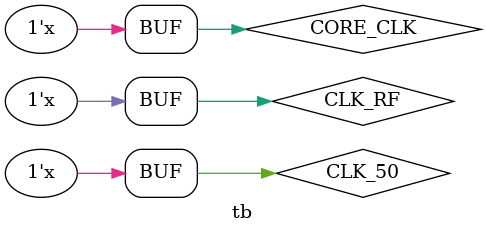
<source format=sv>
`timescale 1 ns / 1 ns

module tb;

  reg CORE_CLK = 0;
  always
    #2 CORE_CLK = ~CORE_CLK;

  reg CLK_50 = 0;
  always
    #10 CLK_50 = ~CLK_50;
  
  reg CLK_RF = 0;
  always
    #100 CLK_RF = ~CLK_RF;

  axi3_interface s_axi3();
  
  ibisARC UUT (
    // AXI3
    .m_axi3   (s_axi3),
    // clocks
    .CLK_50   (CLK_50  ),
    .CORE_CLK (CORE_CLK),
    // IRQ
    .IRQ(),
    // PPS
    .PPS_OUT(),
    .PPS_IN (1'b0),
    // RF ADC
    .RF_sig (16'hABCD),
    .RF_mag (16'h0123),
    .RF_CLK (CLK_RF)
  );

endmodule
</source>
